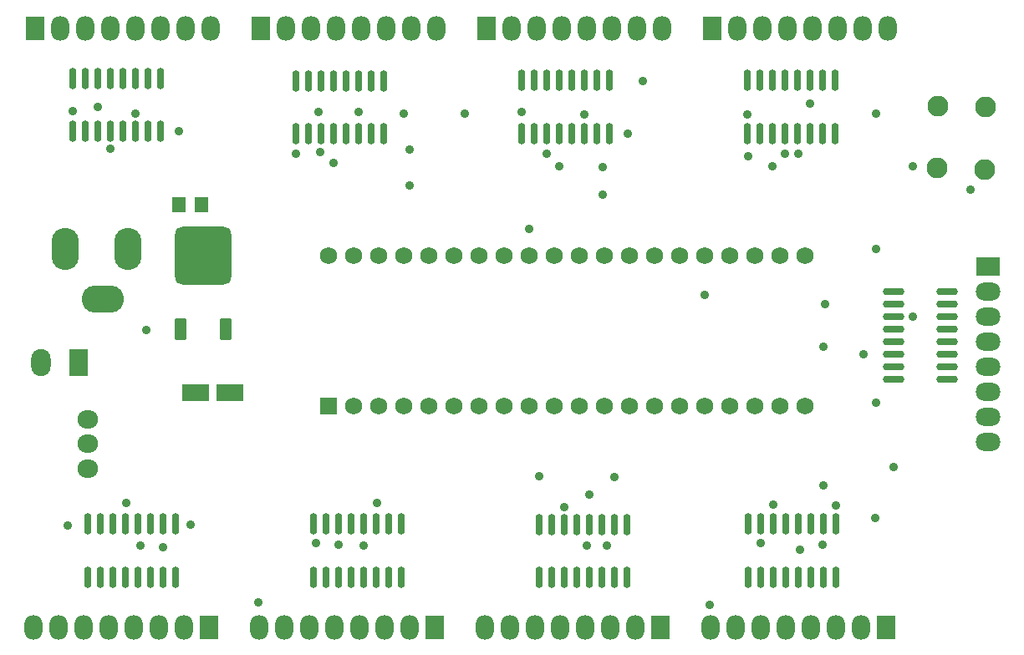
<source format=gts>
G04*
G04 #@! TF.GenerationSoftware,Altium Limited,Altium Designer,18.1.6 (161)*
G04*
G04 Layer_Color=8388736*
%FSLAX25Y25*%
%MOIN*%
G70*
G01*
G75*
%ADD24O,0.02965X0.08674*%
%ADD25R,0.10839X0.07099*%
%ADD26R,0.05800X0.06300*%
G04:AMPARAMS|DCode=27|XSize=224.53mil|YSize=232.41mil|CornerRadius=31.07mil|HoleSize=0mil|Usage=FLASHONLY|Rotation=0.000|XOffset=0mil|YOffset=0mil|HoleType=Round|Shape=RoundedRectangle|*
%AMROUNDEDRECTD27*
21,1,0.22453,0.17028,0,0,0.0*
21,1,0.16240,0.23241,0,0,0.0*
1,1,0.06213,0.08120,-0.08514*
1,1,0.06213,-0.08120,-0.08514*
1,1,0.06213,-0.08120,0.08514*
1,1,0.06213,0.08120,0.08514*
%
%ADD27ROUNDEDRECTD27*%
G04:AMPARAMS|DCode=28|XSize=47.37mil|YSize=86.74mil|CornerRadius=8.92mil|HoleSize=0mil|Usage=FLASHONLY|Rotation=0.000|XOffset=0mil|YOffset=0mil|HoleType=Round|Shape=RoundedRectangle|*
%AMROUNDEDRECTD28*
21,1,0.04737,0.06890,0,0,0.0*
21,1,0.02953,0.08674,0,0,0.0*
1,1,0.01784,0.01476,-0.03445*
1,1,0.01784,-0.01476,-0.03445*
1,1,0.01784,-0.01476,0.03445*
1,1,0.01784,0.01476,0.03445*
%
%ADD28ROUNDEDRECTD28*%
%ADD29O,0.08674X0.02965*%
%ADD30R,0.06800X0.06800*%
%ADD31C,0.06800*%
%ADD32O,0.07300X0.09800*%
%ADD33R,0.07300X0.09800*%
%ADD34R,0.07800X0.10800*%
%ADD35O,0.07800X0.10800*%
%ADD36O,0.08300X0.07300*%
%ADD37O,0.09800X0.07300*%
%ADD38R,0.09800X0.07300*%
%ADD39C,0.08300*%
%ADD40O,0.16800X0.10800*%
%ADD41O,0.10800X0.16800*%
%ADD42C,0.03556*%
D24*
X455000Y351870D02*
D03*
X460000D02*
D03*
X465000D02*
D03*
X470000D02*
D03*
X475000D02*
D03*
X480000D02*
D03*
X485000D02*
D03*
X490000D02*
D03*
X455000Y373130D02*
D03*
X460000D02*
D03*
X465000D02*
D03*
X470000D02*
D03*
X475000D02*
D03*
X480000D02*
D03*
X485000D02*
D03*
X490000D02*
D03*
X365000Y351870D02*
D03*
X370000D02*
D03*
X375000D02*
D03*
X380000D02*
D03*
X385000D02*
D03*
X390000D02*
D03*
X395000D02*
D03*
X400000D02*
D03*
X365000Y373130D02*
D03*
X370000D02*
D03*
X375000D02*
D03*
X380000D02*
D03*
X385000D02*
D03*
X390000D02*
D03*
X395000D02*
D03*
X400000D02*
D03*
X275000Y351740D02*
D03*
X280000D02*
D03*
X285000D02*
D03*
X290000D02*
D03*
X295000D02*
D03*
X300000D02*
D03*
X305000D02*
D03*
X310000D02*
D03*
X275000Y373000D02*
D03*
X280000D02*
D03*
X285000D02*
D03*
X290000D02*
D03*
X295000D02*
D03*
X300000D02*
D03*
X305000D02*
D03*
X310000D02*
D03*
X186000Y352740D02*
D03*
X191000D02*
D03*
X196000D02*
D03*
X201000D02*
D03*
X206000D02*
D03*
X211000D02*
D03*
X216000D02*
D03*
X221000D02*
D03*
X186000Y374000D02*
D03*
X191000D02*
D03*
X196000D02*
D03*
X201000D02*
D03*
X206000D02*
D03*
X211000D02*
D03*
X216000D02*
D03*
X221000D02*
D03*
X490500Y196130D02*
D03*
X485500D02*
D03*
X480500D02*
D03*
X475500D02*
D03*
X470500D02*
D03*
X465500D02*
D03*
X460500D02*
D03*
X455500D02*
D03*
X490500Y174870D02*
D03*
X485500D02*
D03*
X480500D02*
D03*
X475500D02*
D03*
X470500D02*
D03*
X465500D02*
D03*
X460500D02*
D03*
X455500D02*
D03*
X407000Y196000D02*
D03*
X402000D02*
D03*
X397000D02*
D03*
X392000D02*
D03*
X387000D02*
D03*
X382000D02*
D03*
X377000D02*
D03*
X372000D02*
D03*
X407000Y174740D02*
D03*
X402000D02*
D03*
X397000D02*
D03*
X392000D02*
D03*
X387000D02*
D03*
X382000D02*
D03*
X377000D02*
D03*
X372000D02*
D03*
X282000Y174870D02*
D03*
X287000D02*
D03*
X292000D02*
D03*
X297000D02*
D03*
X302000D02*
D03*
X307000D02*
D03*
X312000D02*
D03*
X317000D02*
D03*
X282000Y196130D02*
D03*
X287000D02*
D03*
X292000D02*
D03*
X297000D02*
D03*
X302000D02*
D03*
X307000D02*
D03*
X312000D02*
D03*
X317000D02*
D03*
X192000Y174870D02*
D03*
X197000D02*
D03*
X202000D02*
D03*
X207000D02*
D03*
X212000D02*
D03*
X217000D02*
D03*
X222000D02*
D03*
X227000D02*
D03*
X192000Y196130D02*
D03*
X197000D02*
D03*
X202000D02*
D03*
X207000D02*
D03*
X212000D02*
D03*
X217000D02*
D03*
X222000D02*
D03*
X227000D02*
D03*
D25*
X248890Y248500D02*
D03*
X235110D02*
D03*
D26*
X228500Y323500D02*
D03*
X237500D02*
D03*
D27*
X238000Y303067D02*
D03*
D28*
X246996Y273933D02*
D03*
X229004Y273933D02*
D03*
D29*
X534630Y254000D02*
D03*
Y259000D02*
D03*
Y264000D02*
D03*
Y269000D02*
D03*
Y274000D02*
D03*
Y279000D02*
D03*
Y284000D02*
D03*
Y289000D02*
D03*
X513370Y254000D02*
D03*
Y259000D02*
D03*
Y264000D02*
D03*
Y269000D02*
D03*
Y274000D02*
D03*
Y279000D02*
D03*
Y284000D02*
D03*
Y289000D02*
D03*
D30*
X288000Y243200D02*
D03*
D31*
X298000D02*
D03*
X308000D02*
D03*
X318000D02*
D03*
X328000D02*
D03*
X338000D02*
D03*
X348000D02*
D03*
X358000D02*
D03*
X368000D02*
D03*
X378000D02*
D03*
X388000D02*
D03*
X398000D02*
D03*
X408000D02*
D03*
X418000D02*
D03*
X428000D02*
D03*
X438000D02*
D03*
X448000D02*
D03*
X458000D02*
D03*
X468000D02*
D03*
X478000D02*
D03*
Y303200D02*
D03*
X468000D02*
D03*
X458000D02*
D03*
X448000D02*
D03*
X438000D02*
D03*
X428000D02*
D03*
X418000D02*
D03*
X408000D02*
D03*
X398000D02*
D03*
X388000D02*
D03*
X378000D02*
D03*
X368000D02*
D03*
X358000D02*
D03*
X348000D02*
D03*
X338000D02*
D03*
X328000D02*
D03*
X318000D02*
D03*
X308000D02*
D03*
X298000D02*
D03*
X288000D02*
D03*
D32*
X501000Y394000D02*
D03*
X481000D02*
D03*
X451000D02*
D03*
X461000D02*
D03*
X471000D02*
D03*
X491000D02*
D03*
X511000D02*
D03*
X411000D02*
D03*
X391000D02*
D03*
X361000D02*
D03*
X371000D02*
D03*
X381000D02*
D03*
X401000D02*
D03*
X421000D02*
D03*
X321000D02*
D03*
X301000D02*
D03*
X271000D02*
D03*
X281000D02*
D03*
X291000D02*
D03*
X311000D02*
D03*
X331000D02*
D03*
X231000D02*
D03*
X211000D02*
D03*
X181000D02*
D03*
X191000D02*
D03*
X201000D02*
D03*
X221000D02*
D03*
X241000D02*
D03*
X170500Y155000D02*
D03*
X190500D02*
D03*
X210500D02*
D03*
X220500D02*
D03*
X230500D02*
D03*
X200500D02*
D03*
X180500D02*
D03*
X260500D02*
D03*
X280500D02*
D03*
X300500D02*
D03*
X310500D02*
D03*
X320500D02*
D03*
X290500D02*
D03*
X270500D02*
D03*
X350500D02*
D03*
X370500D02*
D03*
X390500D02*
D03*
X400500D02*
D03*
X410500D02*
D03*
X380500D02*
D03*
X360500D02*
D03*
X440500D02*
D03*
X460500D02*
D03*
X480500D02*
D03*
X490500D02*
D03*
X500500D02*
D03*
X470500D02*
D03*
X450500D02*
D03*
D33*
X441000Y394000D02*
D03*
X351000D02*
D03*
X261000D02*
D03*
X171000D02*
D03*
X240500Y155000D02*
D03*
X330500D02*
D03*
X420500D02*
D03*
X510500D02*
D03*
D34*
X188500Y260500D02*
D03*
D35*
X173500D02*
D03*
D36*
X192000Y218100D02*
D03*
Y228200D02*
D03*
Y238000D02*
D03*
D37*
X551000Y229000D02*
D03*
Y249000D02*
D03*
Y269000D02*
D03*
Y279000D02*
D03*
Y289000D02*
D03*
Y259000D02*
D03*
Y239000D02*
D03*
D38*
Y299000D02*
D03*
D39*
X530700Y338200D02*
D03*
X550200Y362700D02*
D03*
X531000Y363000D02*
D03*
X549800Y337600D02*
D03*
D40*
X198000Y286000D02*
D03*
D41*
X183000Y306000D02*
D03*
X208000D02*
D03*
D42*
X390000Y359600D02*
D03*
X284900Y344700D02*
D03*
X320400Y331300D02*
D03*
Y345600D02*
D03*
X372100Y215100D02*
D03*
X402000Y215000D02*
D03*
X392000Y208000D02*
D03*
X382000Y203000D02*
D03*
X342500Y360000D02*
D03*
X290000Y340200D02*
D03*
X222000Y187000D02*
D03*
X275000Y344000D02*
D03*
X228571Y352740D02*
D03*
X413500Y373000D02*
D03*
X318000Y360000D02*
D03*
X407500Y352000D02*
D03*
X455500Y343000D02*
D03*
X485500Y211500D02*
D03*
X486000Y284000D02*
D03*
X485500Y267000D02*
D03*
X513370Y219000D02*
D03*
X201000Y346000D02*
D03*
X211000Y360000D02*
D03*
X196000Y362500D02*
D03*
X368000Y314000D02*
D03*
X397500Y338500D02*
D03*
X438000Y287500D02*
D03*
X506500Y360000D02*
D03*
Y306000D02*
D03*
X506000Y198500D02*
D03*
X506500Y244500D02*
D03*
X501500Y264000D02*
D03*
X470000Y344000D02*
D03*
X475500D02*
D03*
X397500Y327500D02*
D03*
X476000Y186000D02*
D03*
X207500Y204500D02*
D03*
X215500Y273500D02*
D03*
X213000Y187500D02*
D03*
X186000Y361000D02*
D03*
X283000Y188500D02*
D03*
X292000Y188000D02*
D03*
X307500Y204667D02*
D03*
X391000Y187500D02*
D03*
X399000D02*
D03*
X184000Y195500D02*
D03*
X465500Y204000D02*
D03*
X455000Y359500D02*
D03*
X480000Y364000D02*
D03*
X521000Y339000D02*
D03*
X544250Y329500D02*
D03*
X521000Y279000D02*
D03*
X485000Y188000D02*
D03*
X490500Y203500D02*
D03*
X460500Y188500D02*
D03*
X440000Y164000D02*
D03*
X302000Y187500D02*
D03*
X260000Y165000D02*
D03*
X233000Y196000D02*
D03*
X465000Y339000D02*
D03*
X365000Y360500D02*
D03*
X380000Y339000D02*
D03*
X375000Y344000D02*
D03*
X284000Y360500D02*
D03*
X300000D02*
D03*
M02*

</source>
